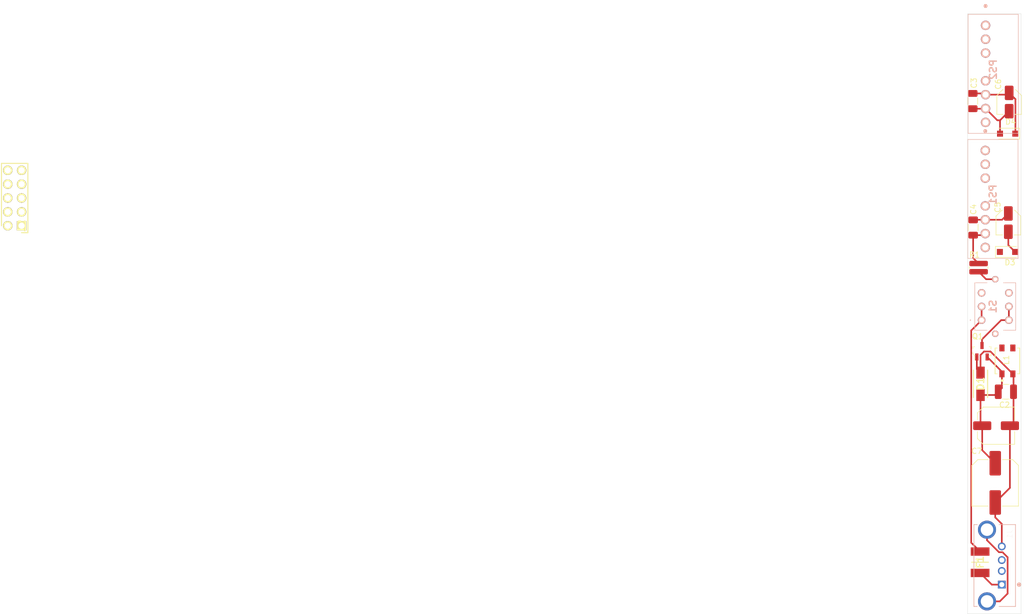
<source format=kicad_pcb>
(kicad_pcb (version 20171130) (host pcbnew "(5.1.6-0-10_14)")

  (general
    (thickness 1.6)
    (drawings 4)
    (tracks 67)
    (zones 0)
    (modules 19)
    (nets 23)
  )

  (page A4)
  (layers
    (0 F.Cu signal)
    (31 B.Cu signal)
    (32 B.Adhes user)
    (33 F.Adhes user)
    (34 B.Paste user)
    (35 F.Paste user)
    (36 B.SilkS user)
    (37 F.SilkS user)
    (38 B.Mask user)
    (39 F.Mask user)
    (40 Dwgs.User user)
    (41 Cmts.User user)
    (42 Eco1.User user)
    (43 Eco2.User user)
    (44 Edge.Cuts user)
    (45 Margin user)
    (46 B.CrtYd user)
    (47 F.CrtYd user)
    (48 B.Fab user)
    (49 F.Fab user)
  )

  (setup
    (last_trace_width 0.25)
    (user_trace_width 0.2)
    (user_trace_width 0.25)
    (user_trace_width 0.3)
    (trace_clearance 0.2)
    (zone_clearance 0.508)
    (zone_45_only no)
    (trace_min 0.2)
    (via_size 0.8)
    (via_drill 0.4)
    (via_min_size 0.4)
    (via_min_drill 0.3)
    (uvia_size 0.3)
    (uvia_drill 0.1)
    (uvias_allowed no)
    (uvia_min_size 0.2)
    (uvia_min_drill 0.1)
    (edge_width 0.05)
    (segment_width 0.2)
    (pcb_text_width 0.3)
    (pcb_text_size 1.5 1.5)
    (mod_edge_width 0.12)
    (mod_text_size 1 1)
    (mod_text_width 0.15)
    (pad_size 1.524 1.524)
    (pad_drill 0.762)
    (pad_to_mask_clearance 0.05)
    (aux_axis_origin 0 0)
    (visible_elements FFFFFF7F)
    (pcbplotparams
      (layerselection 0x010fc_ffffffff)
      (usegerberextensions false)
      (usegerberattributes true)
      (usegerberadvancedattributes true)
      (creategerberjobfile true)
      (excludeedgelayer true)
      (linewidth 0.100000)
      (plotframeref false)
      (viasonmask false)
      (mode 1)
      (useauxorigin false)
      (hpglpennumber 1)
      (hpglpenspeed 20)
      (hpglpendiameter 15.000000)
      (psnegative false)
      (psa4output false)
      (plotreference true)
      (plotvalue true)
      (plotinvisibletext false)
      (padsonsilk false)
      (subtractmaskfromsilk false)
      (outputformat 1)
      (mirror false)
      (drillshape 0)
      (scaleselection 1)
      (outputdirectory "Gerber/"))
  )

  (net 0 "")
  (net 1 "Net-(C1-Pad1)")
  (net 2 +5V)
  (net 3 0V)
  (net 4 -12V)
  (net 5 +12V)
  (net 6 "Net-(F1-Pad1)")
  (net 7 +5VD)
  (net 8 "Net-(J1-Pad2)")
  (net 9 "Net-(J1-Pad3)")
  (net 10 "Net-(J1-PadSH1)")
  (net 11 +Vin)
  (net 12 -Vin)
  (net 13 "Net-(PS1-Pad3)")
  (net 14 "Net-(PS1-Pad5)")
  (net 15 "Net-(PS1-Pad8)")
  (net 16 "Net-(PS2-Pad8)")
  (net 17 "Net-(PS2-Pad5)")
  (net 18 "Net-(PS2-Pad3)")
  (net 19 "Net-(R1-Pad1)")
  (net 20 "Net-(S1-Pad3)")
  (net 21 "Net-(S1-Pad6)")
  (net 22 GND)

  (net_class Default "This is the default net class."
    (clearance 0.2)
    (trace_width 0.25)
    (via_dia 0.8)
    (via_drill 0.4)
    (uvia_dia 0.3)
    (uvia_drill 0.1)
    (add_net +12V)
    (add_net +5V)
    (add_net +5VD)
    (add_net +Vin)
    (add_net -12V)
    (add_net -Vin)
    (add_net 0V)
    (add_net GND)
    (add_net "Net-(C1-Pad1)")
    (add_net "Net-(F1-Pad1)")
    (add_net "Net-(J1-Pad2)")
    (add_net "Net-(J1-Pad3)")
    (add_net "Net-(J1-PadSH1)")
    (add_net "Net-(PS1-Pad3)")
    (add_net "Net-(PS1-Pad5)")
    (add_net "Net-(PS1-Pad8)")
    (add_net "Net-(PS2-Pad3)")
    (add_net "Net-(PS2-Pad5)")
    (add_net "Net-(PS2-Pad8)")
    (add_net "Net-(R1-Pad1)")
    (add_net "Net-(S1-Pad3)")
    (add_net "Net-(S1-Pad6)")
  )

  (module 10129381-910001BLF:HDRV10W67P254_2X5_1270X483X858P (layer F.Cu) (tedit 5FE46202) (tstamp 5FE5F53C)
    (at -38.825 86.975 90)
    (descr 10129381-910001BLF)
    (tags Connector)
    (path /5FE8C505)
    (fp_text reference J2 (at 0 0 90) (layer F.SilkS)
      (effects (font (size 1.27 1.27) (thickness 0.254)))
    )
    (fp_text value 10129381-910001BLF (at 0 0 90) (layer F.SilkS) hide
      (effects (font (size 1.27 1.27) (thickness 0.254)))
    )
    (fp_line (start -1.52 1.395) (end -1.52 -3.935) (layer Dwgs.User) (width 0.05))
    (fp_line (start -1.52 -3.935) (end 11.68 -3.935) (layer Dwgs.User) (width 0.05))
    (fp_line (start 11.68 -3.935) (end 11.68 1.395) (layer Dwgs.User) (width 0.05))
    (fp_line (start 11.68 1.395) (end -1.52 1.395) (layer Dwgs.User) (width 0.05))
    (fp_line (start -1.27 1.145) (end -1.27 -3.685) (layer Dwgs.User) (width 0.1))
    (fp_line (start -1.27 -3.685) (end 11.43 -3.685) (layer Dwgs.User) (width 0.1))
    (fp_line (start 11.43 -3.685) (end 11.43 1.145) (layer Dwgs.User) (width 0.1))
    (fp_line (start 11.43 1.145) (end -1.27 1.145) (layer Dwgs.User) (width 0.1))
    (fp_line (start -1.27 0) (end -1.27 1.145) (layer F.SilkS) (width 0.2))
    (fp_line (start -1.27 1.145) (end 11.43 1.145) (layer F.SilkS) (width 0.2))
    (fp_line (start 11.43 1.145) (end 11.43 -3.685) (layer F.SilkS) (width 0.2))
    (fp_line (start 11.43 -3.685) (end 0 -3.685) (layer F.SilkS) (width 0.2))
    (pad 1 thru_hole rect (at 0 0 180) (size 1.725 1.725) (drill 1.15) (layers *.Cu *.Mask F.SilkS)
      (net 5 +12V))
    (pad 2 thru_hole circle (at 0 -2.54 180) (size 1.725 1.725) (drill 1.15) (layers *.Cu *.Mask F.SilkS)
      (net 5 +12V))
    (pad 3 thru_hole circle (at 2.54 0 180) (size 1.725 1.725) (drill 1.15) (layers *.Cu *.Mask F.SilkS)
      (net 3 0V))
    (pad 4 thru_hole circle (at 2.54 -2.54 180) (size 1.725 1.725) (drill 1.15) (layers *.Cu *.Mask F.SilkS)
      (net 3 0V))
    (pad 5 thru_hole circle (at 5.08 0 180) (size 1.725 1.725) (drill 1.15) (layers *.Cu *.Mask F.SilkS)
      (net 3 0V))
    (pad 6 thru_hole circle (at 5.08 -2.54 180) (size 1.725 1.725) (drill 1.15) (layers *.Cu *.Mask F.SilkS)
      (net 3 0V))
    (pad 7 thru_hole circle (at 7.62 0 180) (size 1.725 1.725) (drill 1.15) (layers *.Cu *.Mask F.SilkS)
      (net 3 0V))
    (pad 8 thru_hole circle (at 7.62 -2.54 180) (size 1.725 1.725) (drill 1.15) (layers *.Cu *.Mask F.SilkS)
      (net 3 0V))
    (pad 9 thru_hole circle (at 10.16 0 180) (size 1.725 1.725) (drill 1.15) (layers *.Cu *.Mask F.SilkS)
      (net 4 -12V))
    (pad 10 thru_hole circle (at 10.16 -2.54 180) (size 1.725 1.725) (drill 1.15) (layers *.Cu *.Mask F.SilkS)
      (net 4 -12V))
  )

  (module Capacitor_SMD:C_Elec_8x10.2 (layer F.Cu) (tedit 5BC8D926) (tstamp 5FE5F418)
    (at 139.625 134.1 270)
    (descr "SMD capacitor, aluminum electrolytic nonpolar, 8.0x10.2mm")
    (tags "capacitor electrolyic nonpolar")
    (path /5FE096E1)
    (attr smd)
    (fp_text reference C1 (at 0 -5.2 90) (layer F.SilkS) hide
      (effects (font (size 1 1) (thickness 0.15)))
    )
    (fp_text value 220uF (at 0 5.2 90) (layer F.Fab) hide
      (effects (font (size 1 1) (thickness 0.15)))
    )
    (fp_line (start -6.1 1.3) (end -4.4 1.3) (layer F.CrtYd) (width 0.05))
    (fp_line (start -6.1 -1.3) (end -6.1 1.3) (layer F.CrtYd) (width 0.05))
    (fp_line (start -4.4 -1.3) (end -6.1 -1.3) (layer F.CrtYd) (width 0.05))
    (fp_line (start -4.4 1.3) (end -4.4 3.25) (layer F.CrtYd) (width 0.05))
    (fp_line (start -4.4 -3.25) (end -4.4 -1.3) (layer F.CrtYd) (width 0.05))
    (fp_line (start -4.4 -3.25) (end -3.25 -4.4) (layer F.CrtYd) (width 0.05))
    (fp_line (start -4.4 3.25) (end -3.25 4.4) (layer F.CrtYd) (width 0.05))
    (fp_line (start -3.25 -4.4) (end 4.4 -4.4) (layer F.CrtYd) (width 0.05))
    (fp_line (start -3.25 4.4) (end 4.4 4.4) (layer F.CrtYd) (width 0.05))
    (fp_line (start 4.4 1.3) (end 4.4 4.4) (layer F.CrtYd) (width 0.05))
    (fp_line (start 6.1 1.3) (end 4.4 1.3) (layer F.CrtYd) (width 0.05))
    (fp_line (start 6.1 -1.3) (end 6.1 1.3) (layer F.CrtYd) (width 0.05))
    (fp_line (start 4.4 -1.3) (end 6.1 -1.3) (layer F.CrtYd) (width 0.05))
    (fp_line (start 4.4 -4.4) (end 4.4 -1.3) (layer F.CrtYd) (width 0.05))
    (fp_line (start -4.26 3.195563) (end -3.195563 4.26) (layer F.SilkS) (width 0.12))
    (fp_line (start -4.26 -3.195563) (end -3.195563 -4.26) (layer F.SilkS) (width 0.12))
    (fp_line (start -4.26 -3.195563) (end -4.26 -1.31) (layer F.SilkS) (width 0.12))
    (fp_line (start -4.26 3.195563) (end -4.26 1.31) (layer F.SilkS) (width 0.12))
    (fp_line (start -3.195563 4.26) (end 4.26 4.26) (layer F.SilkS) (width 0.12))
    (fp_line (start -3.195563 -4.26) (end 4.26 -4.26) (layer F.SilkS) (width 0.12))
    (fp_line (start 4.26 -4.26) (end 4.26 -1.31) (layer F.SilkS) (width 0.12))
    (fp_line (start 4.26 4.26) (end 4.26 1.31) (layer F.SilkS) (width 0.12))
    (fp_line (start -4.15 3.15) (end -3.15 4.15) (layer F.Fab) (width 0.1))
    (fp_line (start -4.15 -3.15) (end -3.15 -4.15) (layer F.Fab) (width 0.1))
    (fp_line (start -4.15 -3.15) (end -4.15 3.15) (layer F.Fab) (width 0.1))
    (fp_line (start -3.15 4.15) (end 4.15 4.15) (layer F.Fab) (width 0.1))
    (fp_line (start -3.15 -4.15) (end 4.15 -4.15) (layer F.Fab) (width 0.1))
    (fp_line (start 4.15 -4.15) (end 4.15 4.15) (layer F.Fab) (width 0.1))
    (fp_circle (center 0 0) (end 4 0) (layer F.Fab) (width 0.1))
    (fp_text user %R (at 0 0 90) (layer F.Fab)
      (effects (font (size 1 1) (thickness 0.15)))
    )
    (pad 1 smd roundrect (at -3.6 0 270) (size 4.5 2.1) (layers F.Cu F.Paste F.Mask) (roundrect_rratio 0.119048)
      (net 1 "Net-(C1-Pad1)"))
    (pad 2 smd roundrect (at 3.6 0 270) (size 4.5 2.1) (layers F.Cu F.Paste F.Mask) (roundrect_rratio 0.119048)
      (net 22 GND))
    (model ${KISYS3DMOD}/Capacitor_SMD.3dshapes/C_Elec_8x10.2.wrl
      (at (xyz 0 0 0))
      (scale (xyz 1 1 1))
      (rotate (xyz 0 0 0))
    )
  )

  (module Capacitor_SMD:C_1210_3225Metric (layer F.Cu) (tedit 5B301BBE) (tstamp 5FE5F429)
    (at 141.575 117.4)
    (descr "Capacitor SMD 1210 (3225 Metric), square (rectangular) end terminal, IPC_7351 nominal, (Body size source: http://www.tortai-tech.com/upload/download/2011102023233369053.pdf), generated with kicad-footprint-generator")
    (tags capacitor)
    (path /5FE2664F)
    (attr smd)
    (fp_text reference C2 (at -0.25 2.425) (layer F.SilkS)
      (effects (font (size 1 1) (thickness 0.15)))
    )
    (fp_text value 22uFMLCC (at 0 2.28) (layer F.Fab) hide
      (effects (font (size 1 1) (thickness 0.15)))
    )
    (fp_line (start 2.28 1.58) (end -2.28 1.58) (layer F.CrtYd) (width 0.05))
    (fp_line (start 2.28 -1.58) (end 2.28 1.58) (layer F.CrtYd) (width 0.05))
    (fp_line (start -2.28 -1.58) (end 2.28 -1.58) (layer F.CrtYd) (width 0.05))
    (fp_line (start -2.28 1.58) (end -2.28 -1.58) (layer F.CrtYd) (width 0.05))
    (fp_line (start -0.602064 1.36) (end 0.602064 1.36) (layer F.SilkS) (width 0.12))
    (fp_line (start -0.602064 -1.36) (end 0.602064 -1.36) (layer F.SilkS) (width 0.12))
    (fp_line (start 1.6 1.25) (end -1.6 1.25) (layer F.Fab) (width 0.1))
    (fp_line (start 1.6 -1.25) (end 1.6 1.25) (layer F.Fab) (width 0.1))
    (fp_line (start -1.6 -1.25) (end 1.6 -1.25) (layer F.Fab) (width 0.1))
    (fp_line (start -1.6 1.25) (end -1.6 -1.25) (layer F.Fab) (width 0.1))
    (fp_text user %R (at 0 0) (layer F.Fab)
      (effects (font (size 0.8 0.8) (thickness 0.12)))
    )
    (pad 1 smd roundrect (at -1.4 0) (size 1.25 2.65) (layers F.Cu F.Paste F.Mask) (roundrect_rratio 0.2)
      (net 1 "Net-(C1-Pad1)"))
    (pad 2 smd roundrect (at 1.4 0) (size 1.25 2.65) (layers F.Cu F.Paste F.Mask) (roundrect_rratio 0.2)
      (net 22 GND))
    (model ${KISYS3DMOD}/Capacitor_SMD.3dshapes/C_1210_3225Metric.wrl
      (at (xyz 0 0 0))
      (scale (xyz 1 1 1))
      (rotate (xyz 0 0 0))
    )
  )

  (module Capacitor_SMD:C_1206_3216Metric (layer F.Cu) (tedit 5B301BBE) (tstamp 5FE6967D)
    (at 135.5 64.125 270)
    (descr "Capacitor SMD 1206 (3216 Metric), square (rectangular) end terminal, IPC_7351 nominal, (Body size source: http://www.tortai-tech.com/upload/download/2011102023233369053.pdf), generated with kicad-footprint-generator")
    (tags capacitor)
    (path /5FE49BEB)
    (attr smd)
    (fp_text reference C3 (at -3.3 -0.225 90) (layer F.SilkS)
      (effects (font (size 1 1) (thickness 0.15)))
    )
    (fp_text value "100nF MLCC" (at 0 1.82 90) (layer F.Fab) hide
      (effects (font (size 1 1) (thickness 0.15)))
    )
    (fp_line (start 2.28 1.12) (end -2.28 1.12) (layer F.CrtYd) (width 0.05))
    (fp_line (start 2.28 -1.12) (end 2.28 1.12) (layer F.CrtYd) (width 0.05))
    (fp_line (start -2.28 -1.12) (end 2.28 -1.12) (layer F.CrtYd) (width 0.05))
    (fp_line (start -2.28 1.12) (end -2.28 -1.12) (layer F.CrtYd) (width 0.05))
    (fp_line (start -0.602064 0.91) (end 0.602064 0.91) (layer F.SilkS) (width 0.12))
    (fp_line (start -0.602064 -0.91) (end 0.602064 -0.91) (layer F.SilkS) (width 0.12))
    (fp_line (start 1.6 0.8) (end -1.6 0.8) (layer F.Fab) (width 0.1))
    (fp_line (start 1.6 -0.8) (end 1.6 0.8) (layer F.Fab) (width 0.1))
    (fp_line (start -1.6 -0.8) (end 1.6 -0.8) (layer F.Fab) (width 0.1))
    (fp_line (start -1.6 0.8) (end -1.6 -0.8) (layer F.Fab) (width 0.1))
    (fp_text user %R (at 0 0 90) (layer F.Fab)
      (effects (font (size 0.8 0.8) (thickness 0.12)))
    )
    (pad 1 smd roundrect (at -1.4 0 270) (size 1.25 1.75) (layers F.Cu F.Paste F.Mask) (roundrect_rratio 0.2)
      (net 3 0V))
    (pad 2 smd roundrect (at 1.4 0 270) (size 1.25 1.75) (layers F.Cu F.Paste F.Mask) (roundrect_rratio 0.2)
      (net 4 -12V))
    (model ${KISYS3DMOD}/Capacitor_SMD.3dshapes/C_1206_3216Metric.wrl
      (at (xyz 0 0 0))
      (scale (xyz 1 1 1))
      (rotate (xyz 0 0 0))
    )
  )

  (module Capacitor_SMD:C_1206_3216Metric (layer F.Cu) (tedit 5B301BBE) (tstamp 5FE69D45)
    (at 135.575 87.3 270)
    (descr "Capacitor SMD 1206 (3216 Metric), square (rectangular) end terminal, IPC_7351 nominal, (Body size source: http://www.tortai-tech.com/upload/download/2011102023233369053.pdf), generated with kicad-footprint-generator")
    (tags capacitor)
    (path /5FE6E630)
    (attr smd)
    (fp_text reference C4 (at -3.325 -0.05 90) (layer F.SilkS)
      (effects (font (size 1 1) (thickness 0.15)))
    )
    (fp_text value "100nF MLCC" (at 0 1.82 90) (layer F.Fab) hide
      (effects (font (size 1 1) (thickness 0.15)))
    )
    (fp_line (start -1.6 0.8) (end -1.6 -0.8) (layer F.Fab) (width 0.1))
    (fp_line (start -1.6 -0.8) (end 1.6 -0.8) (layer F.Fab) (width 0.1))
    (fp_line (start 1.6 -0.8) (end 1.6 0.8) (layer F.Fab) (width 0.1))
    (fp_line (start 1.6 0.8) (end -1.6 0.8) (layer F.Fab) (width 0.1))
    (fp_line (start -0.602064 -0.91) (end 0.602064 -0.91) (layer F.SilkS) (width 0.12))
    (fp_line (start -0.602064 0.91) (end 0.602064 0.91) (layer F.SilkS) (width 0.12))
    (fp_line (start -2.28 1.12) (end -2.28 -1.12) (layer F.CrtYd) (width 0.05))
    (fp_line (start -2.28 -1.12) (end 2.28 -1.12) (layer F.CrtYd) (width 0.05))
    (fp_line (start 2.28 -1.12) (end 2.28 1.12) (layer F.CrtYd) (width 0.05))
    (fp_line (start 2.28 1.12) (end -2.28 1.12) (layer F.CrtYd) (width 0.05))
    (fp_text user %R (at 0 0 90) (layer F.Fab)
      (effects (font (size 0.8 0.8) (thickness 0.12)))
    )
    (pad 2 smd roundrect (at 1.4 0 270) (size 1.25 1.75) (layers F.Cu F.Paste F.Mask) (roundrect_rratio 0.2)
      (net 3 0V))
    (pad 1 smd roundrect (at -1.4 0 270) (size 1.25 1.75) (layers F.Cu F.Paste F.Mask) (roundrect_rratio 0.2)
      (net 5 +12V))
    (model ${KISYS3DMOD}/Capacitor_SMD.3dshapes/C_1206_3216Metric.wrl
      (at (xyz 0 0 0))
      (scale (xyz 1 1 1))
      (rotate (xyz 0 0 0))
    )
  )

  (module Capacitor_SMD:C_Elec_4x5.4 (layer F.Cu) (tedit 5BC8D926) (tstamp 5FE5E470)
    (at 142.025 86.4 270)
    (descr "SMD capacitor, aluminum electrolytic nonpolar, 4.0x5.4mm")
    (tags "capacitor electrolyic nonpolar")
    (path /5FE73D6E)
    (attr smd)
    (fp_text reference C5 (at -2.8 1.95 270) (layer F.SilkS)
      (effects (font (size 1 1) (thickness 0.15)))
    )
    (fp_text value 1uF (at 0 3.2 90) (layer F.Fab) hide
      (effects (font (size 1 1) (thickness 0.15)))
    )
    (fp_line (start -3.25 1.05) (end -2.4 1.05) (layer F.CrtYd) (width 0.05))
    (fp_line (start -3.25 -1.05) (end -3.25 1.05) (layer F.CrtYd) (width 0.05))
    (fp_line (start -2.4 -1.05) (end -3.25 -1.05) (layer F.CrtYd) (width 0.05))
    (fp_line (start -2.4 1.05) (end -2.4 1.25) (layer F.CrtYd) (width 0.05))
    (fp_line (start -2.4 -1.25) (end -2.4 -1.05) (layer F.CrtYd) (width 0.05))
    (fp_line (start -2.4 -1.25) (end -1.25 -2.4) (layer F.CrtYd) (width 0.05))
    (fp_line (start -2.4 1.25) (end -1.25 2.4) (layer F.CrtYd) (width 0.05))
    (fp_line (start -1.25 -2.4) (end 2.4 -2.4) (layer F.CrtYd) (width 0.05))
    (fp_line (start -1.25 2.4) (end 2.4 2.4) (layer F.CrtYd) (width 0.05))
    (fp_line (start 2.4 1.05) (end 2.4 2.4) (layer F.CrtYd) (width 0.05))
    (fp_line (start 3.25 1.05) (end 2.4 1.05) (layer F.CrtYd) (width 0.05))
    (fp_line (start 3.25 -1.05) (end 3.25 1.05) (layer F.CrtYd) (width 0.05))
    (fp_line (start 2.4 -1.05) (end 3.25 -1.05) (layer F.CrtYd) (width 0.05))
    (fp_line (start 2.4 -2.4) (end 2.4 -1.05) (layer F.CrtYd) (width 0.05))
    (fp_line (start -2.26 1.195563) (end -1.195563 2.26) (layer F.SilkS) (width 0.12))
    (fp_line (start -2.26 -1.195563) (end -1.195563 -2.26) (layer F.SilkS) (width 0.12))
    (fp_line (start -2.26 -1.195563) (end -2.26 -1.06) (layer F.SilkS) (width 0.12))
    (fp_line (start -2.26 1.195563) (end -2.26 1.06) (layer F.SilkS) (width 0.12))
    (fp_line (start -1.195563 2.26) (end 2.26 2.26) (layer F.SilkS) (width 0.12))
    (fp_line (start -1.195563 -2.26) (end 2.26 -2.26) (layer F.SilkS) (width 0.12))
    (fp_line (start 2.26 -2.26) (end 2.26 -1.06) (layer F.SilkS) (width 0.12))
    (fp_line (start 2.26 2.26) (end 2.26 1.06) (layer F.SilkS) (width 0.12))
    (fp_line (start -2.15 1.15) (end -1.15 2.15) (layer F.Fab) (width 0.1))
    (fp_line (start -2.15 -1.15) (end -1.15 -2.15) (layer F.Fab) (width 0.1))
    (fp_line (start -2.15 -1.15) (end -2.15 1.15) (layer F.Fab) (width 0.1))
    (fp_line (start -1.15 2.15) (end 2.15 2.15) (layer F.Fab) (width 0.1))
    (fp_line (start -1.15 -2.15) (end 2.15 -2.15) (layer F.Fab) (width 0.1))
    (fp_line (start 2.15 -2.15) (end 2.15 2.15) (layer F.Fab) (width 0.1))
    (fp_circle (center 0 0) (end 2 0) (layer F.Fab) (width 0.1))
    (fp_text user %R (at 0 0 90) (layer F.Fab)
      (effects (font (size 0.8 0.8) (thickness 0.12)))
    )
    (pad 1 smd roundrect (at -1.675 0 270) (size 2.65 1.6) (layers F.Cu F.Paste F.Mask) (roundrect_rratio 0.15625)
      (net 5 +12V))
    (pad 2 smd roundrect (at 1.675 0 270) (size 2.65 1.6) (layers F.Cu F.Paste F.Mask) (roundrect_rratio 0.15625)
      (net 3 0V))
    (model ${KISYS3DMOD}/Capacitor_SMD.3dshapes/C_Elec_4x5.4.wrl
      (at (xyz 0 0 0))
      (scale (xyz 1 1 1))
      (rotate (xyz 0 0 0))
    )
  )

  (module Capacitor_SMD:C_Elec_4x5.4 (layer F.Cu) (tedit 5BC8D926) (tstamp 5FE5F493)
    (at 142.175 64.3 270)
    (descr "SMD capacitor, aluminum electrolytic nonpolar, 4.0x5.4mm")
    (tags "capacitor electrolyic nonpolar")
    (path /5FE74A1F)
    (attr smd)
    (fp_text reference C6 (at -3.275 2 90) (layer F.SilkS)
      (effects (font (size 1 1) (thickness 0.15)))
    )
    (fp_text value 1uF (at 0 3.2 90) (layer F.Fab) hide
      (effects (font (size 1 1) (thickness 0.15)))
    )
    (fp_circle (center 0 0) (end 2 0) (layer F.Fab) (width 0.1))
    (fp_line (start 2.15 -2.15) (end 2.15 2.15) (layer F.Fab) (width 0.1))
    (fp_line (start -1.15 -2.15) (end 2.15 -2.15) (layer F.Fab) (width 0.1))
    (fp_line (start -1.15 2.15) (end 2.15 2.15) (layer F.Fab) (width 0.1))
    (fp_line (start -2.15 -1.15) (end -2.15 1.15) (layer F.Fab) (width 0.1))
    (fp_line (start -2.15 -1.15) (end -1.15 -2.15) (layer F.Fab) (width 0.1))
    (fp_line (start -2.15 1.15) (end -1.15 2.15) (layer F.Fab) (width 0.1))
    (fp_line (start 2.26 2.26) (end 2.26 1.06) (layer F.SilkS) (width 0.12))
    (fp_line (start 2.26 -2.26) (end 2.26 -1.06) (layer F.SilkS) (width 0.12))
    (fp_line (start -1.195563 -2.26) (end 2.26 -2.26) (layer F.SilkS) (width 0.12))
    (fp_line (start -1.195563 2.26) (end 2.26 2.26) (layer F.SilkS) (width 0.12))
    (fp_line (start -2.26 1.195563) (end -2.26 1.06) (layer F.SilkS) (width 0.12))
    (fp_line (start -2.26 -1.195563) (end -2.26 -1.06) (layer F.SilkS) (width 0.12))
    (fp_line (start -2.26 -1.195563) (end -1.195563 -2.26) (layer F.SilkS) (width 0.12))
    (fp_line (start -2.26 1.195563) (end -1.195563 2.26) (layer F.SilkS) (width 0.12))
    (fp_line (start 2.4 -2.4) (end 2.4 -1.05) (layer F.CrtYd) (width 0.05))
    (fp_line (start 2.4 -1.05) (end 3.25 -1.05) (layer F.CrtYd) (width 0.05))
    (fp_line (start 3.25 -1.05) (end 3.25 1.05) (layer F.CrtYd) (width 0.05))
    (fp_line (start 3.25 1.05) (end 2.4 1.05) (layer F.CrtYd) (width 0.05))
    (fp_line (start 2.4 1.05) (end 2.4 2.4) (layer F.CrtYd) (width 0.05))
    (fp_line (start -1.25 2.4) (end 2.4 2.4) (layer F.CrtYd) (width 0.05))
    (fp_line (start -1.25 -2.4) (end 2.4 -2.4) (layer F.CrtYd) (width 0.05))
    (fp_line (start -2.4 1.25) (end -1.25 2.4) (layer F.CrtYd) (width 0.05))
    (fp_line (start -2.4 -1.25) (end -1.25 -2.4) (layer F.CrtYd) (width 0.05))
    (fp_line (start -2.4 -1.25) (end -2.4 -1.05) (layer F.CrtYd) (width 0.05))
    (fp_line (start -2.4 1.05) (end -2.4 1.25) (layer F.CrtYd) (width 0.05))
    (fp_line (start -2.4 -1.05) (end -3.25 -1.05) (layer F.CrtYd) (width 0.05))
    (fp_line (start -3.25 -1.05) (end -3.25 1.05) (layer F.CrtYd) (width 0.05))
    (fp_line (start -3.25 1.05) (end -2.4 1.05) (layer F.CrtYd) (width 0.05))
    (fp_text user %R (at 0 0 90) (layer F.Fab)
      (effects (font (size 0.8 0.8) (thickness 0.12)))
    )
    (pad 2 smd roundrect (at 1.675 0 270) (size 2.65 1.6) (layers F.Cu F.Paste F.Mask) (roundrect_rratio 0.15625)
      (net 4 -12V))
    (pad 1 smd roundrect (at -1.675 0 270) (size 2.65 1.6) (layers F.Cu F.Paste F.Mask) (roundrect_rratio 0.15625)
      (net 3 0V))
    (model ${KISYS3DMOD}/Capacitor_SMD.3dshapes/C_Elec_4x5.4.wrl
      (at (xyz 0 0 0))
      (scale (xyz 1 1 1))
      (rotate (xyz 0 0 0))
    )
  )

  (module Capacitor_SMD:C_Elec_6.3x5.8 (layer F.Cu) (tedit 5BC8D926) (tstamp 5FE69429)
    (at 139.775 123.625)
    (descr "SMD capacitor, aluminum electrolytic nonpolar, 6.3x5.8mm")
    (tags "capacitor electrolyic nonpolar")
    (path /5FE548E0)
    (attr smd)
    (fp_text reference C7 (at -3.525 4.65) (layer F.SilkS)
      (effects (font (size 1 1) (thickness 0.15)))
    )
    (fp_text value 47uF (at 0 4.35) (layer F.Fab) hide
      (effects (font (size 1 1) (thickness 0.15)))
    )
    (fp_line (start -4.45 1.05) (end -3.55 1.05) (layer F.CrtYd) (width 0.05))
    (fp_line (start -4.45 -1.05) (end -4.45 1.05) (layer F.CrtYd) (width 0.05))
    (fp_line (start -3.55 -1.05) (end -4.45 -1.05) (layer F.CrtYd) (width 0.05))
    (fp_line (start -3.55 1.05) (end -3.55 2.4) (layer F.CrtYd) (width 0.05))
    (fp_line (start -3.55 -2.4) (end -3.55 -1.05) (layer F.CrtYd) (width 0.05))
    (fp_line (start -3.55 -2.4) (end -2.4 -3.55) (layer F.CrtYd) (width 0.05))
    (fp_line (start -3.55 2.4) (end -2.4 3.55) (layer F.CrtYd) (width 0.05))
    (fp_line (start -2.4 -3.55) (end 3.55 -3.55) (layer F.CrtYd) (width 0.05))
    (fp_line (start -2.4 3.55) (end 3.55 3.55) (layer F.CrtYd) (width 0.05))
    (fp_line (start 3.55 1.05) (end 3.55 3.55) (layer F.CrtYd) (width 0.05))
    (fp_line (start 4.45 1.05) (end 3.55 1.05) (layer F.CrtYd) (width 0.05))
    (fp_line (start 4.45 -1.05) (end 4.45 1.05) (layer F.CrtYd) (width 0.05))
    (fp_line (start 3.55 -1.05) (end 4.45 -1.05) (layer F.CrtYd) (width 0.05))
    (fp_line (start 3.55 -3.55) (end 3.55 -1.05) (layer F.CrtYd) (width 0.05))
    (fp_line (start -3.41 2.345563) (end -2.345563 3.41) (layer F.SilkS) (width 0.12))
    (fp_line (start -3.41 -2.345563) (end -2.345563 -3.41) (layer F.SilkS) (width 0.12))
    (fp_line (start -3.41 -2.345563) (end -3.41 -1.06) (layer F.SilkS) (width 0.12))
    (fp_line (start -3.41 2.345563) (end -3.41 1.06) (layer F.SilkS) (width 0.12))
    (fp_line (start -2.345563 3.41) (end 3.41 3.41) (layer F.SilkS) (width 0.12))
    (fp_line (start -2.345563 -3.41) (end 3.41 -3.41) (layer F.SilkS) (width 0.12))
    (fp_line (start 3.41 -3.41) (end 3.41 -1.06) (layer F.SilkS) (width 0.12))
    (fp_line (start 3.41 3.41) (end 3.41 1.06) (layer F.SilkS) (width 0.12))
    (fp_line (start -3.3 2.3) (end -2.3 3.3) (layer F.Fab) (width 0.1))
    (fp_line (start -3.3 -2.3) (end -2.3 -3.3) (layer F.Fab) (width 0.1))
    (fp_line (start -3.3 -2.3) (end -3.3 2.3) (layer F.Fab) (width 0.1))
    (fp_line (start -2.3 3.3) (end 3.3 3.3) (layer F.Fab) (width 0.1))
    (fp_line (start -2.3 -3.3) (end 3.3 -3.3) (layer F.Fab) (width 0.1))
    (fp_line (start 3.3 -3.3) (end 3.3 3.3) (layer F.Fab) (width 0.1))
    (fp_circle (center 0 0) (end 3.15 0) (layer F.Fab) (width 0.1))
    (fp_text user %R (at 0 0) (layer F.Fab)
      (effects (font (size 1 1) (thickness 0.15)))
    )
    (pad 1 smd roundrect (at -2.5375 0) (size 3.325 1.6) (layers F.Cu F.Paste F.Mask) (roundrect_rratio 0.15625)
      (net 1 "Net-(C1-Pad1)"))
    (pad 2 smd roundrect (at 2.5375 0) (size 3.325 1.6) (layers F.Cu F.Paste F.Mask) (roundrect_rratio 0.15625)
      (net 22 GND))
    (model ${KISYS3DMOD}/Capacitor_SMD.3dshapes/C_Elec_6.3x5.8.wrl
      (at (xyz 0 0 0))
      (scale (xyz 1 1 1))
      (rotate (xyz 0 0 0))
    )
  )

  (module DIONM5026X229N (layer F.Cu) (tedit 5FE4BFCC) (tstamp 5FE5F4C7)
    (at 136.925 115.95 90)
    (descr "DO-214AC (SMA)")
    (tags "TVS Diode (Bi-directional)")
    (path /5FE50B9A)
    (attr smd)
    (fp_text reference D1 (at 0 0 90) (layer F.SilkS)
      (effects (font (size 1.27 1.27) (thickness 0.254)))
    )
    (fp_text value SMAJ5.0CA (at 0 0 90) (layer F.SilkS) hide
      (effects (font (size 1.27 1.27) (thickness 0.254)))
    )
    (fp_line (start -3.4 -1.645) (end 3.4 -1.645) (layer Dwgs.User) (width 0.05))
    (fp_line (start 3.4 -1.645) (end 3.4 1.645) (layer Dwgs.User) (width 0.05))
    (fp_line (start 3.4 1.645) (end -3.4 1.645) (layer Dwgs.User) (width 0.05))
    (fp_line (start -3.4 1.645) (end -3.4 -1.645) (layer Dwgs.User) (width 0.05))
    (fp_line (start -2.52 -1.298) (end 2.52 -1.298) (layer Dwgs.User) (width 0.1))
    (fp_line (start 2.52 -1.298) (end 2.52 1.298) (layer Dwgs.User) (width 0.1))
    (fp_line (start 2.52 1.298) (end -2.52 1.298) (layer Dwgs.User) (width 0.1))
    (fp_line (start -2.52 1.298) (end -2.52 -1.298) (layer Dwgs.User) (width 0.1))
    (fp_line (start 2.52 -1.298) (end -2.52 -1.298) (layer F.SilkS) (width 0.2))
    (fp_line (start -2.52 1.298) (end 2.52 1.298) (layer F.SilkS) (width 0.2))
    (pad 1 smd rect (at -2.05 0 180) (size 1.55 2.2) (layers F.Cu F.Paste F.Mask)
      (net 1 "Net-(C1-Pad1)"))
    (pad 2 smd rect (at 2.05 0 180) (size 1.55 2.2) (layers F.Cu F.Paste F.Mask)
      (net 22 GND))
  )

  (module Diode_SMD:D_SOD-123F (layer F.Cu) (tedit 587F7769) (tstamp 5FE69BC5)
    (at 141.875 91.775)
    (descr D_SOD-123F)
    (tags D_SOD-123F)
    (path /5FE6DCB8)
    (attr smd)
    (fp_text reference D3 (at 0.45 1.925) (layer F.SilkS)
      (effects (font (size 1 1) (thickness 0.15)))
    )
    (fp_text value 1N4004 (at 0 2.1) (layer F.Fab) hide
      (effects (font (size 1 1) (thickness 0.15)))
    )
    (fp_line (start -2.2 -1) (end 1.65 -1) (layer F.SilkS) (width 0.12))
    (fp_line (start -2.2 1) (end 1.65 1) (layer F.SilkS) (width 0.12))
    (fp_line (start -2.2 -1.15) (end -2.2 1.15) (layer F.CrtYd) (width 0.05))
    (fp_line (start 2.2 1.15) (end -2.2 1.15) (layer F.CrtYd) (width 0.05))
    (fp_line (start 2.2 -1.15) (end 2.2 1.15) (layer F.CrtYd) (width 0.05))
    (fp_line (start -2.2 -1.15) (end 2.2 -1.15) (layer F.CrtYd) (width 0.05))
    (fp_line (start -1.4 -0.9) (end 1.4 -0.9) (layer F.Fab) (width 0.1))
    (fp_line (start 1.4 -0.9) (end 1.4 0.9) (layer F.Fab) (width 0.1))
    (fp_line (start 1.4 0.9) (end -1.4 0.9) (layer F.Fab) (width 0.1))
    (fp_line (start -1.4 0.9) (end -1.4 -0.9) (layer F.Fab) (width 0.1))
    (fp_line (start -0.75 0) (end -0.35 0) (layer F.Fab) (width 0.1))
    (fp_line (start -0.35 0) (end -0.35 -0.55) (layer F.Fab) (width 0.1))
    (fp_line (start -0.35 0) (end -0.35 0.55) (layer F.Fab) (width 0.1))
    (fp_line (start -0.35 0) (end 0.25 -0.4) (layer F.Fab) (width 0.1))
    (fp_line (start 0.25 -0.4) (end 0.25 0.4) (layer F.Fab) (width 0.1))
    (fp_line (start 0.25 0.4) (end -0.35 0) (layer F.Fab) (width 0.1))
    (fp_line (start 0.25 0) (end 0.75 0) (layer F.Fab) (width 0.1))
    (fp_line (start -2.2 -1) (end -2.2 1) (layer F.SilkS) (width 0.12))
    (fp_text user %R (at -0.127 -1.905) (layer F.Fab) hide
      (effects (font (size 1 1) (thickness 0.15)))
    )
    (pad 1 smd rect (at -1.4 0) (size 1.1 1.1) (layers F.Cu F.Paste F.Mask)
      (net 5 +12V))
    (pad 2 smd rect (at 1.4 0) (size 1.1 1.1) (layers F.Cu F.Paste F.Mask)
      (net 3 0V))
    (model ${KISYS3DMOD}/Diode_SMD.3dshapes/D_SOD-123F.wrl
      (at (xyz 0 0 0))
      (scale (xyz 1 1 1))
      (rotate (xyz 0 0 0))
    )
  )

  (module Diode_SMD:D_SOD-123F (layer F.Cu) (tedit 587F7769) (tstamp 5FE5F4F9)
    (at 141.9 70.1 180)
    (descr D_SOD-123F)
    (tags D_SOD-123F)
    (path /5FE81B4A)
    (attr smd)
    (fp_text reference D4 (at -0.55 2.175) (layer F.SilkS)
      (effects (font (size 1 1) (thickness 0.15)))
    )
    (fp_text value 1N4004 (at 0 2.1) (layer F.Fab) hide
      (effects (font (size 1 1) (thickness 0.15)))
    )
    (fp_line (start -2.2 -1) (end -2.2 1) (layer F.SilkS) (width 0.12))
    (fp_line (start 0.25 0) (end 0.75 0) (layer F.Fab) (width 0.1))
    (fp_line (start 0.25 0.4) (end -0.35 0) (layer F.Fab) (width 0.1))
    (fp_line (start 0.25 -0.4) (end 0.25 0.4) (layer F.Fab) (width 0.1))
    (fp_line (start -0.35 0) (end 0.25 -0.4) (layer F.Fab) (width 0.1))
    (fp_line (start -0.35 0) (end -0.35 0.55) (layer F.Fab) (width 0.1))
    (fp_line (start -0.35 0) (end -0.35 -0.55) (layer F.Fab) (width 0.1))
    (fp_line (start -0.75 0) (end -0.35 0) (layer F.Fab) (width 0.1))
    (fp_line (start -1.4 0.9) (end -1.4 -0.9) (layer F.Fab) (width 0.1))
    (fp_line (start 1.4 0.9) (end -1.4 0.9) (layer F.Fab) (width 0.1))
    (fp_line (start 1.4 -0.9) (end 1.4 0.9) (layer F.Fab) (width 0.1))
    (fp_line (start -1.4 -0.9) (end 1.4 -0.9) (layer F.Fab) (width 0.1))
    (fp_line (start -2.2 -1.15) (end 2.2 -1.15) (layer F.CrtYd) (width 0.05))
    (fp_line (start 2.2 -1.15) (end 2.2 1.15) (layer F.CrtYd) (width 0.05))
    (fp_line (start 2.2 1.15) (end -2.2 1.15) (layer F.CrtYd) (width 0.05))
    (fp_line (start -2.2 -1.15) (end -2.2 1.15) (layer F.CrtYd) (width 0.05))
    (fp_line (start -2.2 1) (end 1.65 1) (layer F.SilkS) (width 0.12))
    (fp_line (start -2.2 -1) (end 1.65 -1) (layer F.SilkS) (width 0.12))
    (fp_text user %R (at -0.127 -1.905) (layer F.Fab) hide
      (effects (font (size 1 1) (thickness 0.15)))
    )
    (pad 2 smd rect (at 1.4 0 180) (size 1.1 1.1) (layers F.Cu F.Paste F.Mask)
      (net 4 -12V))
    (pad 1 smd rect (at -1.4 0 180) (size 1.1 1.1) (layers F.Cu F.Paste F.Mask)
      (net 3 0V))
    (model ${KISYS3DMOD}/Diode_SMD.3dshapes/D_SOD-123F.wrl
      (at (xyz 0 0 0))
      (scale (xyz 1 1 1))
      (rotate (xyz 0 0 0))
    )
  )

  (module 1812L110_16DR:FUSC4632X125N (layer F.Cu) (tedit 5FE1DF96) (tstamp 5FE6A6AD)
    (at 136.85 148.65 90)
    (descr 1812L110/16)
    (tags Fuse)
    (path /5FE1FDB4)
    (attr smd)
    (fp_text reference F1 (at 0 0 90) (layer F.SilkS)
      (effects (font (size 1.27 1.27) (thickness 0.254)))
    )
    (fp_text value 1812L110 (at 0 0 90) (layer F.SilkS) hide
      (effects (font (size 1.27 1.27) (thickness 0.254)))
    )
    (fp_line (start -2.975 -1.965) (end 2.975 -1.965) (layer Dwgs.User) (width 0.05))
    (fp_line (start 2.975 -1.965) (end 2.975 1.965) (layer Dwgs.User) (width 0.05))
    (fp_line (start 2.975 1.965) (end -2.975 1.965) (layer Dwgs.User) (width 0.05))
    (fp_line (start -2.975 1.965) (end -2.975 -1.965) (layer Dwgs.User) (width 0.05))
    (fp_line (start -2.275 -1.62) (end 2.275 -1.62) (layer Dwgs.User) (width 0.1))
    (fp_line (start 2.275 -1.62) (end 2.275 1.62) (layer Dwgs.User) (width 0.1))
    (fp_line (start 2.275 1.62) (end -2.275 1.62) (layer Dwgs.User) (width 0.1))
    (fp_line (start -2.275 1.62) (end -2.275 -1.62) (layer Dwgs.User) (width 0.1))
    (fp_line (start 0 -1.52) (end 0 1.52) (layer F.SilkS) (width 0.2))
    (pad 1 smd rect (at -1.96 0 90) (size 1.53 3.43) (layers F.Cu F.Paste F.Mask)
      (net 6 "Net-(F1-Pad1)"))
    (pad 2 smd rect (at 1.96 0 90) (size 1.53 3.43) (layers F.Cu F.Paste F.Mask)
      (net 7 +5VD))
  )

  (module 1734366-1:TE_1734366-1 (layer B.Cu) (tedit 5FE0AEA3) (tstamp 5FE5F522)
    (at 140.825 152.75 90)
    (path /5FE0D725)
    (fp_text reference J1 (at 9.25 1.425 270) (layer B.SilkS)
      (effects (font (size 1.001921 1.001921) (thickness 0.015)) (justify mirror))
    )
    (fp_text value 1734366-1 (at 3.81319 -6.99082 270) (layer B.Fab) hide
      (effects (font (size 1.000835 1.000835) (thickness 0.015)) (justify mirror))
    )
    (fp_circle (center 0 1.27) (end 0.2 1.27) (layer B.Fab) (width 0.4))
    (fp_circle (center 0 3.175) (end 0.2 3.175) (layer B.SilkS) (width 0.4))
    (fp_line (start -4.95 -5.36) (end -4.95 2.76) (layer B.CrtYd) (width 0.05))
    (fp_line (start 11.95 -5.36) (end -4.95 -5.36) (layer B.CrtYd) (width 0.05))
    (fp_line (start 11.95 2.76) (end 11.95 -5.36) (layer B.CrtYd) (width 0.05))
    (fp_line (start -4.95 2.76) (end 11.95 2.76) (layer B.CrtYd) (width 0.05))
    (fp_line (start 11 -5.11) (end 11 -4.5) (layer B.SilkS) (width 0.127))
    (fp_line (start -4 -5.11) (end 11 -5.11) (layer B.SilkS) (width 0.127))
    (fp_line (start -4 -4.5) (end -4 -5.11) (layer B.SilkS) (width 0.127))
    (fp_line (start -4 2.51) (end -4 -0.5) (layer B.SilkS) (width 0.127))
    (fp_line (start 11 2.51) (end 11 -0.5) (layer B.SilkS) (width 0.127))
    (fp_line (start -4 2.51) (end 11 2.51) (layer B.SilkS) (width 0.127))
    (fp_line (start -4 -5.11) (end -4 2.51) (layer B.Fab) (width 0.127))
    (fp_line (start 11 -5.11) (end -4 -5.11) (layer B.Fab) (width 0.127))
    (fp_line (start 11 2.51) (end 11 -5.11) (layer B.Fab) (width 0.127))
    (fp_line (start -4 2.51) (end 11 2.51) (layer B.Fab) (width 0.127))
    (pad 1 thru_hole rect (at 0 0 90) (size 1.428 1.428) (drill 0.92) (layers *.Cu *.Mask)
      (net 6 "Net-(F1-Pad1)"))
    (pad 2 thru_hole circle (at 2.5 0 90) (size 1.428 1.428) (drill 0.92) (layers *.Cu *.Mask)
      (net 8 "Net-(J1-Pad2)"))
    (pad 3 thru_hole circle (at 4.5 0 90) (size 1.428 1.428) (drill 0.92) (layers *.Cu *.Mask)
      (net 9 "Net-(J1-Pad3)"))
    (pad 4 thru_hole circle (at 7 0 90) (size 1.428 1.428) (drill 0.92) (layers *.Cu *.Mask)
      (net 22 GND))
    (pad SH1 thru_hole circle (at -3.07 -2.71 90) (size 3.316 3.316) (drill 2.3) (layers *.Cu *.Mask)
      (net 10 "Net-(J1-PadSH1)"))
    (pad SH2 thru_hole circle (at 10.07 -2.71 90) (size 3.316 3.316) (drill 2.3) (layers *.Cu *.Mask)
      (net 10 "Net-(J1-PadSH1)"))
    (model ${KIPRJMOD}/CustomSymbols/1734366-1/108861197-19-1734366-1/1734366-1.stp
      (offset (xyz 3.5 -1.3 15.2))
      (scale (xyz 1 1 1))
      (rotate (xyz 0 0 0))
    )
  )

  (module eec2:TDK-ACM4520V-901-2P-T-0 (layer F.Cu) (tedit 5EF158FF) (tstamp 5FE692B5)
    (at 141.85 111.75 90)
    (path /5FE60CD9)
    (fp_text reference L1 (at -0.8 -0.2 90) (layer F.SilkS)
      (effects (font (size 1 1) (thickness 0.15)) (justify left))
    )
    (fp_text value ACM4520V-901-2P-T (at 0 0 90) (layer F.SilkS) hide
      (effects (font (size 1.27 1.27) (thickness 0.15)))
    )
    (fp_circle (center -3.6 -0.95) (end -3.475 -0.95) (layer F.SilkS) (width 0.25))
    (fp_line (start 3.025 2.375) (end 3.025 -2.375) (layer F.CrtYd) (width 0.15))
    (fp_line (start -3.025 2.375) (end 3.025 2.375) (layer F.CrtYd) (width 0.15))
    (fp_line (start -3.025 -2.375) (end -3.025 2.375) (layer F.CrtYd) (width 0.15))
    (fp_line (start 3.025 -2.375) (end -3.025 -2.375) (layer F.CrtYd) (width 0.15))
    (fp_line (start 3.025 -2.375) (end 3.025 -2.375) (layer F.CrtYd) (width 0.15))
    (fp_line (start 2.35 -2.25) (end 2.35 -1.9) (layer F.SilkS) (width 0.15))
    (fp_line (start -2.35 -2.25) (end -2.35 -1.9) (layer F.SilkS) (width 0.15))
    (fp_line (start 2.35 2.25) (end 2.35 1.9) (layer F.SilkS) (width 0.15))
    (fp_line (start -2.35 2.25) (end -2.35 1.9) (layer F.SilkS) (width 0.15))
    (fp_line (start -2.35 2.25) (end 2.35 2.25) (layer F.SilkS) (width 0.15))
    (fp_line (start -2.35 -2.25) (end 2.35 -2.25) (layer F.SilkS) (width 0.15))
    (fp_line (start 2.35 2.25) (end -2.35 2.25) (layer F.Fab) (width 0.15))
    (fp_line (start 2.35 -2.25) (end 2.35 2.25) (layer F.Fab) (width 0.15))
    (fp_line (start -2.35 -2.25) (end 2.35 -2.25) (layer F.Fab) (width 0.15))
    (fp_line (start -2.35 2.25) (end -2.35 -2.25) (layer F.Fab) (width 0.15))
    (pad 1 smd rect (at -2.375 -1 90) (size 1.25 0.95) (layers F.Cu F.Paste F.Mask)
      (net 1 "Net-(C1-Pad1)"))
    (pad 4 smd rect (at 2.375 -1 90) (size 1.25 0.95) (layers F.Cu F.Paste F.Mask)
      (net 11 +Vin))
    (pad 2 smd rect (at -2.375 1 90) (size 1.25 0.95) (layers F.Cu F.Paste F.Mask)
      (net 22 GND))
    (pad 3 smd rect (at 2.375 1 90) (size 1.25 0.95) (layers F.Cu F.Paste F.Mask)
      (net 12 -Vin))
    (model eec.models/TDK_-_ACM4520V-901-2P-T.step
      (at (xyz 0 0 0))
      (scale (xyz 1 1 1))
      (rotate (xyz 0 0 0))
    )
  )

  (module RS6-0512S:RS60512S (layer B.Cu) (tedit 5FE312CB) (tstamp 5FE5F56F)
    (at 137.8 73.175 270)
    (descr RS6-0512S-1)
    (tags "Power Supply")
    (path /5FE5CD2D)
    (fp_text reference PS1 (at 8.095 -1.4 270) (layer B.SilkS)
      (effects (font (size 1.27 1.27) (thickness 0.254)) (justify mirror))
    )
    (fp_text value RS6-0512S (at 8.095 -1.4 270) (layer B.SilkS) hide
      (effects (font (size 1.27 1.27) (thickness 0.254)) (justify mirror))
    )
    (fp_line (start -2.01 3.2) (end 19.79 3.2) (layer Dwgs.User) (width 0.2))
    (fp_line (start 19.79 3.2) (end 19.79 -6) (layer Dwgs.User) (width 0.2))
    (fp_line (start 19.79 -6) (end -2.01 -6) (layer Dwgs.User) (width 0.2))
    (fp_line (start -2.01 -6) (end -2.01 3.2) (layer Dwgs.User) (width 0.2))
    (fp_line (start -2.01 3.2) (end 19.79 3.2) (layer B.SilkS) (width 0.1))
    (fp_line (start 19.79 3.2) (end 19.79 -6) (layer B.SilkS) (width 0.1))
    (fp_line (start 19.79 -6) (end -2.01 -6) (layer B.SilkS) (width 0.1))
    (fp_line (start -2.01 -6) (end -2.01 3.2) (layer B.SilkS) (width 0.1))
    (fp_line (start -4.6 4.2) (end 20.79 4.2) (layer Dwgs.User) (width 0.1))
    (fp_line (start 20.79 4.2) (end 20.79 -7) (layer Dwgs.User) (width 0.1))
    (fp_line (start 20.79 -7) (end -4.6 -7) (layer Dwgs.User) (width 0.1))
    (fp_line (start -4.6 -7) (end -4.6 4.2) (layer Dwgs.User) (width 0.1))
    (fp_line (start -3.5 0) (end -3.5 0) (layer B.SilkS) (width 0.6))
    (fp_line (start -3.6 0) (end -3.6 0) (layer B.SilkS) (width 0.6))
    (fp_arc (start -3.55 0) (end -3.5 0) (angle 180) (layer B.SilkS) (width 0.6))
    (fp_arc (start -3.55 0) (end -3.6 0) (angle 180) (layer B.SilkS) (width 0.6))
    (pad 1 thru_hole circle (at 0 0 180) (size 1.725 1.725) (drill 1.15) (layers *.Cu *.Mask B.SilkS)
      (net 12 -Vin))
    (pad 2 thru_hole circle (at 2.54 0 180) (size 1.725 1.725) (drill 1.15) (layers *.Cu *.Mask B.SilkS)
      (net 11 +Vin))
    (pad 3 thru_hole circle (at 5.08 0 180) (size 1.725 1.725) (drill 1.15) (layers *.Cu *.Mask B.SilkS)
      (net 13 "Net-(PS1-Pad3)"))
    (pad 5 thru_hole circle (at 10.16 0 180) (size 1.725 1.725) (drill 1.15) (layers *.Cu *.Mask B.SilkS)
      (net 14 "Net-(PS1-Pad5)"))
    (pad 6 thru_hole circle (at 12.7 0 180) (size 1.725 1.725) (drill 1.15) (layers *.Cu *.Mask B.SilkS)
      (net 5 +12V))
    (pad 7 thru_hole circle (at 15.24 0 180) (size 1.725 1.725) (drill 1.15) (layers *.Cu *.Mask B.SilkS)
      (net 3 0V))
    (pad 8 thru_hole circle (at 17.78 0 180) (size 1.725 1.725) (drill 1.15) (layers *.Cu *.Mask B.SilkS)
      (net 15 "Net-(PS1-Pad8)"))
    (model ${KIPRJMOD}/CustomSymbols/RS6-0512S/3D/RS6-0512S.stp
      (at (xyz 0 0 0))
      (scale (xyz 1 1 1))
      (rotate (xyz 0 0 0))
    )
  )

  (module RS6-0512S:RS60512S (layer B.Cu) (tedit 5FE312CB) (tstamp 5FE5E10F)
    (at 137.85 50.25 270)
    (descr RS6-0512S-1)
    (tags "Power Supply")
    (path /5FE68DDD)
    (fp_text reference PS2 (at 8.095 -1.4 270) (layer B.SilkS)
      (effects (font (size 1.27 1.27) (thickness 0.254)) (justify mirror))
    )
    (fp_text value RS6-0512S (at 8.095 -1.4 270) (layer B.SilkS) hide
      (effects (font (size 1.27 1.27) (thickness 0.254)) (justify mirror))
    )
    (fp_line (start -3.6 0) (end -3.6 0) (layer B.SilkS) (width 0.6))
    (fp_line (start -3.5 0) (end -3.5 0) (layer B.SilkS) (width 0.6))
    (fp_line (start -4.6 -7) (end -4.6 4.2) (layer Dwgs.User) (width 0.1))
    (fp_line (start 20.79 -7) (end -4.6 -7) (layer Dwgs.User) (width 0.1))
    (fp_line (start 20.79 4.2) (end 20.79 -7) (layer Dwgs.User) (width 0.1))
    (fp_line (start -4.6 4.2) (end 20.79 4.2) (layer Dwgs.User) (width 0.1))
    (fp_line (start -2.01 -6) (end -2.01 3.2) (layer B.SilkS) (width 0.1))
    (fp_line (start 19.79 -6) (end -2.01 -6) (layer B.SilkS) (width 0.1))
    (fp_line (start 19.79 3.2) (end 19.79 -6) (layer B.SilkS) (width 0.1))
    (fp_line (start -2.01 3.2) (end 19.79 3.2) (layer B.SilkS) (width 0.1))
    (fp_line (start -2.01 -6) (end -2.01 3.2) (layer Dwgs.User) (width 0.2))
    (fp_line (start 19.79 -6) (end -2.01 -6) (layer Dwgs.User) (width 0.2))
    (fp_line (start 19.79 3.2) (end 19.79 -6) (layer Dwgs.User) (width 0.2))
    (fp_line (start -2.01 3.2) (end 19.79 3.2) (layer Dwgs.User) (width 0.2))
    (fp_arc (start -3.55 0) (end -3.6 0) (angle 180) (layer B.SilkS) (width 0.6))
    (fp_arc (start -3.55 0) (end -3.5 0) (angle 180) (layer B.SilkS) (width 0.6))
    (pad 8 thru_hole circle (at 17.78 0 180) (size 1.725 1.725) (drill 1.15) (layers *.Cu *.Mask B.SilkS)
      (net 16 "Net-(PS2-Pad8)"))
    (pad 7 thru_hole circle (at 15.24 0 180) (size 1.725 1.725) (drill 1.15) (layers *.Cu *.Mask B.SilkS)
      (net 4 -12V))
    (pad 6 thru_hole circle (at 12.7 0 180) (size 1.725 1.725) (drill 1.15) (layers *.Cu *.Mask B.SilkS)
      (net 3 0V))
    (pad 5 thru_hole circle (at 10.16 0 180) (size 1.725 1.725) (drill 1.15) (layers *.Cu *.Mask B.SilkS)
      (net 17 "Net-(PS2-Pad5)"))
    (pad 3 thru_hole circle (at 5.08 0 180) (size 1.725 1.725) (drill 1.15) (layers *.Cu *.Mask B.SilkS)
      (net 18 "Net-(PS2-Pad3)"))
    (pad 2 thru_hole circle (at 2.54 0 180) (size 1.725 1.725) (drill 1.15) (layers *.Cu *.Mask B.SilkS)
      (net 11 +Vin))
    (pad 1 thru_hole circle (at 0 0 180) (size 1.725 1.725) (drill 1.15) (layers *.Cu *.Mask B.SilkS)
      (net 12 -Vin))
    (model ${KIPRJMOD}/CustomSymbols/RS6-0512S/3D/RS6-0512S.stp
      (at (xyz 0 0 0))
      (scale (xyz 1 1 1))
      (rotate (xyz 0 0 0))
    )
  )

  (module digikey-footprints:SOT-23-3 (layer F.Cu) (tedit 5D28A5E3) (tstamp 5FE6A60B)
    (at 137.2 109.975 90)
    (path /5FE39F03)
    (attr smd)
    (fp_text reference Q1 (at 2.725 -0.8 180) (layer F.SilkS)
      (effects (font (size 1 1) (thickness 0.15)))
    )
    (fp_text value Q_PMOS_GSD (at 0.025 3.25 90) (layer F.Fab) hide
      (effects (font (size 1 1) (thickness 0.15)))
    )
    (fp_line (start 0.7 1.52) (end 0.7 -1.52) (layer F.Fab) (width 0.1))
    (fp_line (start -0.7 1.52) (end 0.7 1.52) (layer F.Fab) (width 0.1))
    (fp_line (start 0.825 -1.65) (end 0.825 -1.35) (layer F.SilkS) (width 0.1))
    (fp_line (start 0.45 -1.65) (end 0.825 -1.65) (layer F.SilkS) (width 0.1))
    (fp_line (start 0.825 1.65) (end 0.375 1.65) (layer F.SilkS) (width 0.1))
    (fp_line (start 0.825 1.35) (end 0.825 1.65) (layer F.SilkS) (width 0.1))
    (fp_line (start 0.825 1.425) (end 0.825 1.3) (layer F.SilkS) (width 0.1))
    (fp_line (start -0.825 1.65) (end -0.825 1.3) (layer F.SilkS) (width 0.1))
    (fp_line (start -0.35 1.65) (end -0.825 1.65) (layer F.SilkS) (width 0.1))
    (fp_line (start -0.425 -1.525) (end -0.7 -1.325) (layer F.Fab) (width 0.1))
    (fp_line (start -0.425 -1.525) (end 0.7 -1.525) (layer F.Fab) (width 0.1))
    (fp_line (start -0.7 -1.325) (end -0.7 1.525) (layer F.Fab) (width 0.1))
    (fp_line (start -0.825 -1.325) (end -1.6 -1.325) (layer F.SilkS) (width 0.1))
    (fp_line (start -0.825 -1.375) (end -0.825 -1.325) (layer F.SilkS) (width 0.1))
    (fp_line (start -0.45 -1.65) (end -0.825 -1.375) (layer F.SilkS) (width 0.1))
    (fp_line (start -0.175 -1.65) (end -0.45 -1.65) (layer F.SilkS) (width 0.1))
    (fp_line (start 1.825 -1.95) (end 1.825 1.95) (layer F.CrtYd) (width 0.05))
    (fp_line (start 1.825 1.95) (end -1.825 1.95) (layer F.CrtYd) (width 0.05))
    (fp_line (start -1.825 -1.95) (end -1.825 1.95) (layer F.CrtYd) (width 0.05))
    (fp_line (start -1.825 -1.95) (end 1.825 -1.95) (layer F.CrtYd) (width 0.05))
    (fp_text user %R (at -0.125 0.15 90) (layer F.Fab)
      (effects (font (size 0.25 0.25) (thickness 0.05)))
    )
    (pad 3 smd rect (at 1.05 0 90) (size 1.3 0.6) (layers F.Cu F.Paste F.Mask)
      (net 2 +5V) (solder_mask_margin 0.07))
    (pad 2 smd rect (at -1.05 0.95 90) (size 1.3 0.6) (layers F.Cu F.Paste F.Mask)
      (net 1 "Net-(C1-Pad1)") (solder_mask_margin 0.07))
    (pad 1 smd rect (at -1.05 -0.95 90) (size 1.3 0.6) (layers F.Cu F.Paste F.Mask)
      (net 22 GND) (solder_mask_margin 0.07))
  )

  (module Resistor_SMD:R_0612_1632Metric (layer F.Cu) (tedit 5B301BBD) (tstamp 5FE6A3CC)
    (at 136.575 94.65 90)
    (descr "Resistor SMD 0612 (1632 Metric), square (rectangular) end terminal, IPC_7351 nominal, (Body size source: https://www.vishay.com/docs/20019/rcwe.pdf), generated with kicad-footprint-generator")
    (tags resistor)
    (path /5FE234A2)
    (attr smd)
    (fp_text reference R1 (at 2.35 -0.75 180) (layer F.SilkS)
      (effects (font (size 1 1) (thickness 0.15)))
    )
    (fp_text value 510 (at 0 2.65 90) (layer F.Fab)
      (effects (font (size 1 1) (thickness 0.15)))
    )
    (fp_line (start 1.5 1.95) (end -1.5 1.95) (layer F.CrtYd) (width 0.05))
    (fp_line (start 1.5 -1.95) (end 1.5 1.95) (layer F.CrtYd) (width 0.05))
    (fp_line (start -1.5 -1.95) (end 1.5 -1.95) (layer F.CrtYd) (width 0.05))
    (fp_line (start -1.5 1.95) (end -1.5 -1.95) (layer F.CrtYd) (width 0.05))
    (fp_line (start -0.182983 1.71) (end 0.182983 1.71) (layer F.SilkS) (width 0.12))
    (fp_line (start -0.182983 -1.71) (end 0.182983 -1.71) (layer F.SilkS) (width 0.12))
    (fp_line (start 0.8 1.6) (end -0.8 1.6) (layer F.Fab) (width 0.1))
    (fp_line (start 0.8 -1.6) (end 0.8 1.6) (layer F.Fab) (width 0.1))
    (fp_line (start -0.8 -1.6) (end 0.8 -1.6) (layer F.Fab) (width 0.1))
    (fp_line (start -0.8 1.6) (end -0.8 -1.6) (layer F.Fab) (width 0.1))
    (fp_text user %R (at 0 0 90) (layer F.Fab)
      (effects (font (size 0.4 0.4) (thickness 0.06)))
    )
    (pad 1 smd roundrect (at -0.75 0 90) (size 1 3.4) (layers F.Cu F.Paste F.Mask) (roundrect_rratio 0.25)
      (net 19 "Net-(R1-Pad1)"))
    (pad 2 smd roundrect (at 0.75 0 90) (size 1 3.4) (layers F.Cu F.Paste F.Mask) (roundrect_rratio 0.25)
      (net 3 0V))
    (model ${KISYS3DMOD}/Resistor_SMD.3dshapes/R_0612_1632Metric.wrl
      (at (xyz 0 0 0))
      (scale (xyz 1 1 1))
      (rotate (xyz 0 0 0))
    )
  )

  (module LP4OA1PBCTR:LP4OA1PBCTR (layer B.Cu) (tedit 5FE0BFD3) (tstamp 5FE5F5D5)
    (at 137.125 104.275 270)
    (descr LP4OA1PBCTR-1)
    (tags Switch)
    (path /5FE10AE7)
    (fp_text reference S1 (at -2.5 -2.075 270) (layer B.SilkS)
      (effects (font (size 1.27 1.27) (thickness 0.254)) (justify mirror))
    )
    (fp_text value LP4OA1PBCTR (at -2.5 -2.075 270) (layer B.SilkS) hide
      (effects (font (size 1.27 1.27) (thickness 0.254)) (justify mirror))
    )
    (fp_line (start -6.85 1.25) (end 1.85 1.25) (layer Dwgs.User) (width 0.2))
    (fp_line (start 1.85 1.25) (end 1.85 -6.25) (layer Dwgs.User) (width 0.2))
    (fp_line (start 1.85 -6.25) (end -6.85 -6.25) (layer Dwgs.User) (width 0.2))
    (fp_line (start -6.85 -6.25) (end -6.85 1.25) (layer Dwgs.User) (width 0.2))
    (fp_line (start -9.1 3.1) (end 4.1 3.1) (layer Dwgs.User) (width 0.1))
    (fp_line (start 4.1 3.1) (end 4.1 -7.25) (layer Dwgs.User) (width 0.1))
    (fp_line (start 4.1 -7.25) (end -9.1 -7.25) (layer Dwgs.User) (width 0.1))
    (fp_line (start -9.1 -7.25) (end -9.1 3.1) (layer Dwgs.User) (width 0.1))
    (fp_line (start -6.85 -1) (end -6.85 1.25) (layer B.SilkS) (width 0.1))
    (fp_line (start -6.85 1.25) (end 1.85 1.25) (layer B.SilkS) (width 0.1))
    (fp_line (start 1.85 1.25) (end 1.85 -1) (layer B.SilkS) (width 0.1))
    (fp_line (start -6.85 -4) (end -6.85 -6.25) (layer B.SilkS) (width 0.1))
    (fp_line (start -6.85 -6.25) (end 1.85 -6.25) (layer B.SilkS) (width 0.1))
    (fp_line (start 1.85 -6.25) (end 1.85 -4) (layer B.SilkS) (width 0.1))
    (fp_line (start 0 2) (end 0 2) (layer B.SilkS) (width 0.1))
    (fp_line (start 0 2.1) (end 0 2.1) (layer B.SilkS) (width 0.1))
    (fp_arc (start 0 2.05) (end 0 2) (angle 180) (layer B.SilkS) (width 0.1))
    (fp_arc (start 0 2.05) (end 0 2.1) (angle 180) (layer B.SilkS) (width 0.1))
    (pad 1 thru_hole circle (at 0 0 180) (size 1.4 1.4) (drill 0.9) (layers *.Cu *.Mask B.SilkS)
      (net 7 +5VD))
    (pad 2 thru_hole circle (at -2.5 0 180) (size 1.4 1.4) (drill 0.9) (layers *.Cu *.Mask B.SilkS)
      (net 7 +5VD))
    (pad 3 thru_hole circle (at -5 0 180) (size 1.4 1.4) (drill 0.9) (layers *.Cu *.Mask B.SilkS)
      (net 20 "Net-(S1-Pad3)"))
    (pad 4 thru_hole circle (at 0 -5 180) (size 1.4 1.4) (drill 0.9) (layers *.Cu *.Mask B.SilkS)
      (net 2 +5V))
    (pad 5 thru_hole circle (at -2.5 -5 180) (size 1.4 1.4) (drill 0.9) (layers *.Cu *.Mask B.SilkS)
      (net 2 +5V))
    (pad 6 thru_hole circle (at -5 -5 180) (size 1.4 1.4) (drill 0.9) (layers *.Cu *.Mask B.SilkS)
      (net 21 "Net-(S1-Pad6)"))
    (pad L1 thru_hole circle (at 2.5 -2.5 180) (size 1.2 1.2) (drill 0.7) (layers *.Cu *.Mask B.SilkS)
      (net 5 +12V))
    (pad L2 thru_hole circle (at -7.5 -2.5 180) (size 1.2 1.2) (drill 0.7) (layers *.Cu *.Mask B.SilkS)
      (net 19 "Net-(R1-Pad1)"))
    (model ${KIPRJMOD}/CustomSymbols/LP4-switch/3D/LP4OA1PBCTR.stp
      (at (xyz 0 0 0))
      (scale (xyz 1 1 1))
      (rotate (xyz 0 0 0))
    )
  )

  (gr_line (start 134.55 48.125) (end 144.35 48.125) (layer Edge.Cuts) (width 0.05))
  (gr_line (start 134.55 158.1) (end 134.55 48.125) (layer Edge.Cuts) (width 0.05) (tstamp 5FE164F2))
  (gr_line (start 144.35 158.1) (end 134.55 158.1) (layer Edge.Cuts) (width 0.05))
  (gr_line (start 144.35 48.125) (end 144.35 158.1) (layer Edge.Cuts) (width 0.05))

  (segment (start 136.925 123.3125) (end 137.2375 123.625) (width 0.3) (layer F.Cu) (net 1))
  (segment (start 136.925 118) (end 136.925 123.3125) (width 0.3) (layer F.Cu) (net 1))
  (segment (start 139.575 118) (end 140.175 117.4) (width 0.3) (layer F.Cu) (net 1))
  (segment (start 136.925 118) (end 139.575 118) (width 0.3) (layer F.Cu) (net 1))
  (segment (start 137.2375 128.1125) (end 139.625 130.5) (width 0.3) (layer F.Cu) (net 1))
  (segment (start 137.2375 123.625) (end 137.2375 128.1125) (width 0.3) (layer F.Cu) (net 1))
  (segment (start 140.85 116.725) (end 140.175 117.4) (width 0.3) (layer F.Cu) (net 1))
  (segment (start 140.85 114.125) (end 140.85 116.725) (width 0.3) (layer F.Cu) (net 1))
  (segment (start 140.85 113.725) (end 138.15 111.025) (width 0.3) (layer F.Cu) (net 1))
  (segment (start 140.85 114.125) (end 140.85 113.725) (width 0.3) (layer F.Cu) (net 1))
  (segment (start 142.125 101.775) (end 142.125 104.275) (width 0.3) (layer F.Cu) (net 2))
  (segment (start 140.718998 104.275) (end 142.125 104.275) (width 0.3) (layer F.Cu) (net 2))
  (segment (start 137.2 107.793998) (end 140.718998 104.275) (width 0.3) (layer F.Cu) (net 2))
  (segment (start 137.2 108.925) (end 137.2 107.793998) (width 0.3) (layer F.Cu) (net 2))
  (segment (start 137.625 62.725) (end 137.85 62.95) (width 0.3) (layer F.Cu) (net 3))
  (segment (start 135.5 62.725) (end 137.625 62.725) (width 0.3) (layer F.Cu) (net 3))
  (segment (start 143.32501 63.77501) (end 142.175 62.625) (width 0.3) (layer F.Cu) (net 3))
  (segment (start 143.32501 70.07499) (end 143.32501 63.77501) (width 0.3) (layer F.Cu) (net 3))
  (segment (start 143.3 70.1) (end 143.32501 70.07499) (width 0.3) (layer F.Cu) (net 3))
  (segment (start 141.85 62.95) (end 142.175 62.625) (width 0.3) (layer F.Cu) (net 3))
  (segment (start 137.85 62.95) (end 141.85 62.95) (width 0.3) (layer F.Cu) (net 3))
  (segment (start 135.575 92.9) (end 136.575 93.9) (width 0.3) (layer F.Cu) (net 3))
  (segment (start 135.575 88.7) (end 135.575 92.9) (width 0.3) (layer F.Cu) (net 3))
  (segment (start 137.515 88.7) (end 137.8 88.415) (width 0.3) (layer F.Cu) (net 3))
  (segment (start 135.575 88.7) (end 137.515 88.7) (width 0.3) (layer F.Cu) (net 3))
  (segment (start 142.025 90.525) (end 143.275 91.775) (width 0.3) (layer F.Cu) (net 3))
  (segment (start 142.025 88.075) (end 142.025 90.525) (width 0.3) (layer F.Cu) (net 3))
  (segment (start 137.815 65.525) (end 137.85 65.49) (width 0.3) (layer F.Cu) (net 4))
  (segment (start 135.5 65.525) (end 137.815 65.525) (width 0.3) (layer F.Cu) (net 4))
  (segment (start 140.5 67.65) (end 142.175 65.975) (width 0.3) (layer F.Cu) (net 4))
  (segment (start 140.5 70.1) (end 140.5 67.65) (width 0.3) (layer F.Cu) (net 4))
  (segment (start 140.01 67.65) (end 140.5 67.65) (width 0.3) (layer F.Cu) (net 4))
  (segment (start 137.85 65.49) (end 140.01 67.65) (width 0.3) (layer F.Cu) (net 4))
  (segment (start 135.6 85.875) (end 135.575 85.9) (width 0.3) (layer F.Cu) (net 5))
  (segment (start 137.8 85.875) (end 135.6 85.875) (width 0.3) (layer F.Cu) (net 5))
  (segment (start 140.875 85.875) (end 142.025 84.725) (width 0.3) (layer F.Cu) (net 5))
  (segment (start 137.8 85.875) (end 140.875 85.875) (width 0.3) (layer F.Cu) (net 5))
  (segment (start 138.99 152.75) (end 136.85 150.61) (width 0.3) (layer F.Cu) (net 6))
  (segment (start 140.825 152.75) (end 138.99 152.75) (width 0.3) (layer F.Cu) (net 6))
  (segment (start 135.22499 106.17501) (end 137.125 104.275) (width 0.3) (layer F.Cu) (net 7))
  (segment (start 135.22499 145.06499) (end 135.22499 106.17501) (width 0.3) (layer F.Cu) (net 7))
  (segment (start 136.85 146.69) (end 135.22499 145.06499) (width 0.3) (layer F.Cu) (net 7))
  (segment (start 137.125 101.775) (end 137.125 104.275) (width 0.3) (layer F.Cu) (net 7))
  (segment (start 138.115 144.614722) (end 138.115 142.68) (width 0.3) (layer F.Cu) (net 10))
  (segment (start 140.314279 146.814001) (end 138.115 144.614722) (width 0.3) (layer F.Cu) (net 10))
  (segment (start 140.963723 146.814001) (end 140.314279 146.814001) (width 0.3) (layer F.Cu) (net 10))
  (segment (start 141.889001 147.739279) (end 140.963723 146.814001) (width 0.3) (layer F.Cu) (net 10))
  (segment (start 141.889001 154.390765) (end 141.889001 147.739279) (width 0.3) (layer F.Cu) (net 10))
  (segment (start 140.459766 155.82) (end 141.889001 154.390765) (width 0.3) (layer F.Cu) (net 10))
  (segment (start 138.115 155.82) (end 140.459766 155.82) (width 0.3) (layer F.Cu) (net 10))
  (segment (start 137.95 96.775) (end 136.575 95.4) (width 0.3) (layer F.Cu) (net 19))
  (segment (start 139.625 96.775) (end 137.95 96.775) (width 0.3) (layer F.Cu) (net 19))
  (segment (start 139.625 137.7) (end 139.625 140.425) (width 0.3) (layer F.Cu) (net 22))
  (segment (start 140.825 141.625) (end 140.825 145.75) (width 0.3) (layer F.Cu) (net 22))
  (segment (start 139.625 140.425) (end 140.825 141.625) (width 0.3) (layer F.Cu) (net 22))
  (segment (start 142.975 122.9625) (end 142.3125 123.625) (width 0.3) (layer F.Cu) (net 22))
  (segment (start 142.975 117.4) (end 142.975 122.9625) (width 0.3) (layer F.Cu) (net 22))
  (segment (start 142.3125 135.0125) (end 142.3125 123.625) (width 0.3) (layer F.Cu) (net 22))
  (segment (start 139.625 137.7) (end 142.3125 135.0125) (width 0.3) (layer F.Cu) (net 22))
  (segment (start 142.975 114.25) (end 142.85 114.125) (width 0.3) (layer F.Cu) (net 22))
  (segment (start 142.975 117.4) (end 142.975 114.25) (width 0.3) (layer F.Cu) (net 22))
  (segment (start 136.25 113.225) (end 136.925 113.9) (width 0.3) (layer F.Cu) (net 22))
  (segment (start 136.25 111.025) (end 136.25 113.225) (width 0.3) (layer F.Cu) (net 22))
  (segment (start 136.925 110.669998) (end 136.925 113.9) (width 0.3) (layer F.Cu) (net 22))
  (segment (start 137.569999 110.024999) (end 136.925 110.669998) (width 0.3) (layer F.Cu) (net 22))
  (segment (start 138.749999 110.024999) (end 137.569999 110.024999) (width 0.3) (layer F.Cu) (net 22))
  (segment (start 142.85 114.125) (end 138.749999 110.024999) (width 0.3) (layer F.Cu) (net 22))

)

</source>
